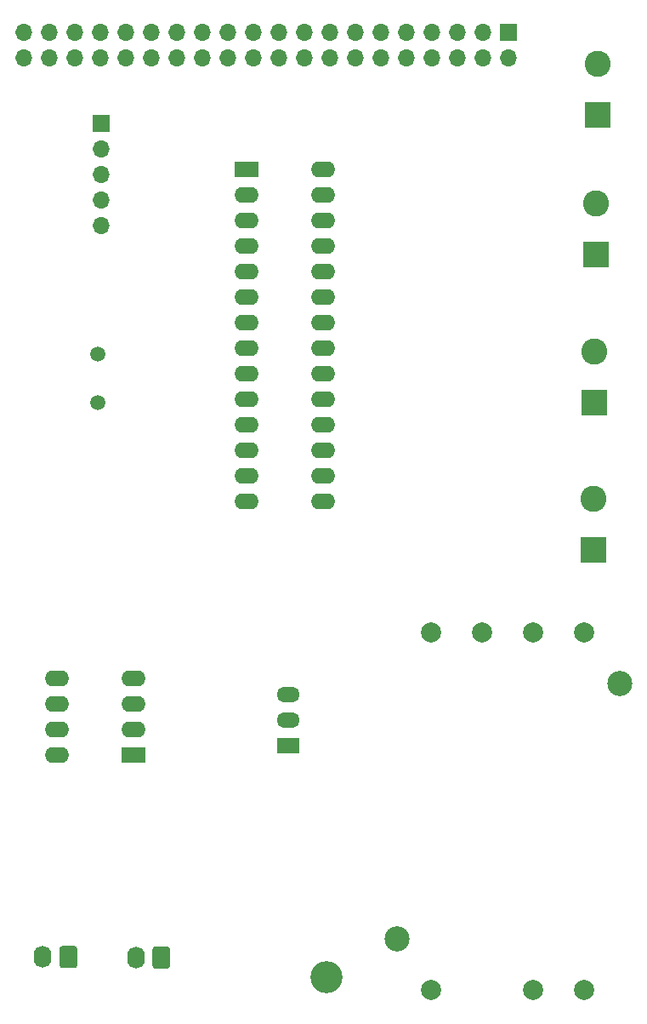
<source format=gbr>
%TF.GenerationSoftware,KiCad,Pcbnew,(5.1.10)-1*%
%TF.CreationDate,2022-05-23T16:21:35+02:00*%
%TF.ProjectId,Auto_Uart,4175746f-5f55-4617-9274-2e6b69636164,rev?*%
%TF.SameCoordinates,Original*%
%TF.FileFunction,Soldermask,Bot*%
%TF.FilePolarity,Negative*%
%FSLAX46Y46*%
G04 Gerber Fmt 4.6, Leading zero omitted, Abs format (unit mm)*
G04 Created by KiCad (PCBNEW (5.1.10)-1) date 2022-05-23 16:21:35*
%MOMM*%
%LPD*%
G01*
G04 APERTURE LIST*
%ADD10C,3.200000*%
%ADD11O,1.700000X1.700000*%
%ADD12R,1.700000X1.700000*%
%ADD13C,2.000000*%
%ADD14C,2.500000*%
%ADD15R,2.600000X2.600000*%
%ADD16C,2.600000*%
%ADD17R,2.300000X1.500000*%
%ADD18O,2.300000X1.500000*%
%ADD19R,2.400000X1.600000*%
%ADD20O,2.400000X1.600000*%
%ADD21O,1.740000X2.190000*%
%ADD22C,1.500000*%
G04 APERTURE END LIST*
D10*
%TO.C,REF\u002A\u002A*%
X14986000Y-92392500D03*
%TD*%
D11*
%TO.C,J1*%
X-7467600Y-17627600D03*
X-7467600Y-15087600D03*
X-7467600Y-12547600D03*
X-7467600Y-10007600D03*
D12*
X-7467600Y-7467600D03*
%TD*%
D13*
%TO.C,PS1*%
X25400000Y-93599000D03*
X35560000Y-93599000D03*
X40640000Y-93599000D03*
X40640000Y-58039000D03*
X35560000Y-58039000D03*
X30480000Y-58039000D03*
X25400000Y-58039000D03*
D14*
X22020000Y-88519000D03*
X44170000Y-63119000D03*
%TD*%
D15*
%TO.C,J7*%
X42011600Y-6578600D03*
D16*
X42011600Y-1498600D03*
%TD*%
D15*
%TO.C,J5*%
X41656000Y-35255200D03*
D16*
X41656000Y-30175200D03*
%TD*%
D17*
%TO.C,U1*%
X11201400Y-69342000D03*
D18*
X11201400Y-66802000D03*
X11201400Y-64262000D03*
%TD*%
D19*
%TO.C,IC1*%
X-4191000Y-70281800D03*
D20*
X-11811000Y-62661800D03*
X-4191000Y-67741800D03*
X-11811000Y-65201800D03*
X-4191000Y-65201800D03*
X-11811000Y-67741800D03*
X-4191000Y-62661800D03*
X-11811000Y-70281800D03*
%TD*%
D19*
%TO.C,IC2*%
X7010400Y-12039600D03*
D20*
X14630400Y-45059600D03*
X7010400Y-14579600D03*
X14630400Y-42519600D03*
X7010400Y-17119600D03*
X14630400Y-39979600D03*
X7010400Y-19659600D03*
X14630400Y-37439600D03*
X7010400Y-22199600D03*
X14630400Y-34899600D03*
X7010400Y-24739600D03*
X14630400Y-32359600D03*
X7010400Y-27279600D03*
X14630400Y-29819600D03*
X7010400Y-29819600D03*
X14630400Y-27279600D03*
X7010400Y-32359600D03*
X14630400Y-24739600D03*
X7010400Y-34899600D03*
X14630400Y-22199600D03*
X7010400Y-37439600D03*
X14630400Y-19659600D03*
X7010400Y-39979600D03*
X14630400Y-17119600D03*
X7010400Y-42519600D03*
X14630400Y-14579600D03*
X7010400Y-45059600D03*
X14630400Y-12039600D03*
%TD*%
%TO.C,J2*%
G36*
G01*
X-603200Y-89578999D02*
X-603200Y-91269001D01*
G75*
G02*
X-853199Y-91519000I-249999J0D01*
G01*
X-2093201Y-91519000D01*
G75*
G02*
X-2343200Y-91269001I0J249999D01*
G01*
X-2343200Y-89578999D01*
G75*
G02*
X-2093201Y-89329000I249999J0D01*
G01*
X-853199Y-89329000D01*
G75*
G02*
X-603200Y-89578999I0J-249999D01*
G01*
G37*
D21*
X-4013200Y-90424000D03*
%TD*%
%TO.C,J3*%
X-13258800Y-90373200D03*
G36*
G01*
X-9848800Y-89528199D02*
X-9848800Y-91218201D01*
G75*
G02*
X-10098799Y-91468200I-249999J0D01*
G01*
X-11338801Y-91468200D01*
G75*
G02*
X-11588800Y-91218201I0J249999D01*
G01*
X-11588800Y-89528199D01*
G75*
G02*
X-11338801Y-89278200I249999J0D01*
G01*
X-10098799Y-89278200D01*
G75*
G02*
X-9848800Y-89528199I0J-249999D01*
G01*
G37*
%TD*%
D16*
%TO.C,J4*%
X41605200Y-44754800D03*
D15*
X41605200Y-49834800D03*
%TD*%
D16*
%TO.C,J6*%
X41859200Y-15367000D03*
D15*
X41859200Y-20447000D03*
%TD*%
D22*
%TO.C,Y1*%
X-7797800Y-35255200D03*
X-7797800Y-30375200D03*
%TD*%
D12*
%TO.C,J8*%
X33121600Y1574800D03*
D11*
X33121600Y-965200D03*
X30581600Y1574800D03*
X30581600Y-965200D03*
X28041600Y1574800D03*
X28041600Y-965200D03*
X25501600Y1574800D03*
X25501600Y-965200D03*
X22961600Y1574800D03*
X22961600Y-965200D03*
X20421600Y1574800D03*
X20421600Y-965200D03*
X17881600Y1574800D03*
X17881600Y-965200D03*
X15341600Y1574800D03*
X15341600Y-965200D03*
X12801600Y1574800D03*
X12801600Y-965200D03*
X10261600Y1574800D03*
X10261600Y-965200D03*
X7721600Y1574800D03*
X7721600Y-965200D03*
X5181600Y1574800D03*
X5181600Y-965200D03*
X2641600Y1574800D03*
X2641600Y-965200D03*
X101600Y1574800D03*
X101600Y-965200D03*
X-2438400Y1574800D03*
X-2438400Y-965200D03*
X-4978400Y1574800D03*
X-4978400Y-965200D03*
X-7518400Y1574800D03*
X-7518400Y-965200D03*
X-10058400Y1574800D03*
X-10058400Y-965200D03*
X-12598400Y1574800D03*
X-12598400Y-965200D03*
X-15138400Y1574800D03*
X-15138400Y-965200D03*
%TD*%
M02*

</source>
